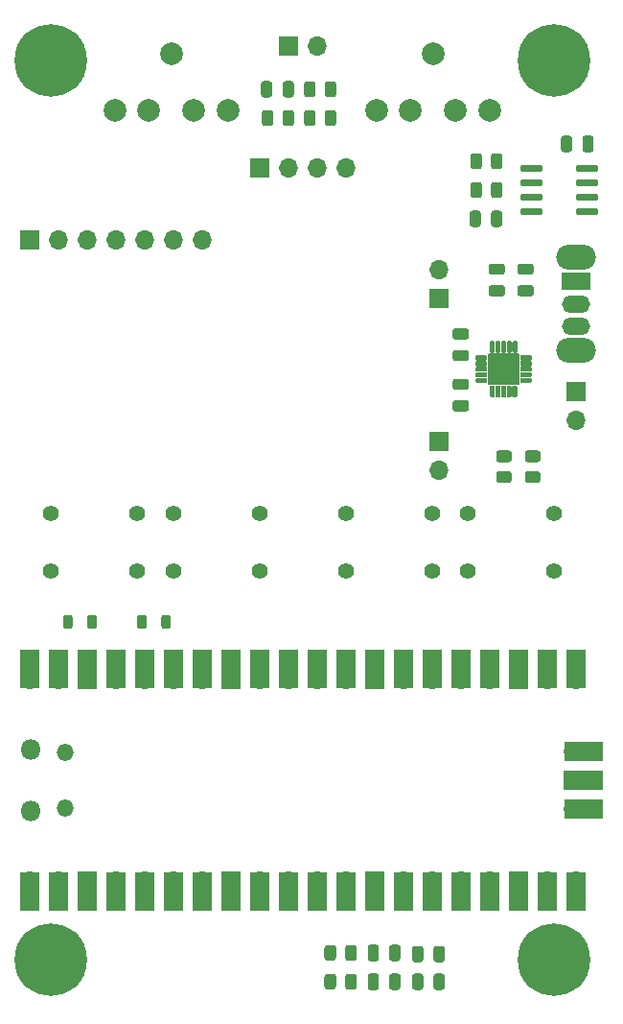
<source format=gts>
G04 #@! TF.GenerationSoftware,KiCad,Pcbnew,7.0.5-unknown-202306101748~6fbdf8f0e2~ubuntu22.04.1*
G04 #@! TF.CreationDate,2023-09-30T13:34:23+01:00*
G04 #@! TF.ProjectId,things,7468696e-6773-42e6-9b69-6361645f7063,rev?*
G04 #@! TF.SameCoordinates,Original*
G04 #@! TF.FileFunction,Soldermask,Top*
G04 #@! TF.FilePolarity,Negative*
%FSLAX46Y46*%
G04 Gerber Fmt 4.6, Leading zero omitted, Abs format (unit mm)*
G04 Created by KiCad (PCBNEW 7.0.5-unknown-202306101748~6fbdf8f0e2~ubuntu22.04.1) date 2023-09-30 13:34:23*
%MOMM*%
%LPD*%
G01*
G04 APERTURE LIST*
%ADD10R,3.500000X1.700000*%
%ADD11O,1.700000X1.700000*%
%ADD12R,1.700000X1.700000*%
%ADD13R,1.700000X3.500000*%
%ADD14O,1.800000X1.800000*%
%ADD15O,1.500000X1.500000*%
%ADD16C,2.000000*%
%ADD17C,6.400000*%
%ADD18C,1.397000*%
%ADD19O,3.500000X2.200000*%
%ADD20R,2.500000X1.500000*%
%ADD21O,2.500000X1.500000*%
G04 APERTURE END LIST*
D10*
X152435000Y-166370000D03*
D11*
X151535000Y-166370000D03*
D10*
X152435000Y-168910000D03*
D12*
X151535000Y-168910000D03*
D10*
X152435000Y-171450000D03*
D11*
X151535000Y-171450000D03*
D13*
X103505000Y-159120000D03*
D11*
X103505000Y-160020000D03*
D13*
X106045000Y-159120000D03*
D11*
X106045000Y-160020000D03*
D13*
X108585000Y-159120000D03*
D12*
X108585000Y-160020000D03*
D13*
X111125000Y-159120000D03*
D11*
X111125000Y-160020000D03*
D13*
X113665000Y-159120000D03*
D11*
X113665000Y-160020000D03*
D13*
X116205000Y-159120000D03*
D11*
X116205000Y-160020000D03*
D13*
X118745000Y-159120000D03*
D11*
X118745000Y-160020000D03*
D13*
X121285000Y-159120000D03*
D12*
X121285000Y-160020000D03*
D13*
X123825000Y-159120000D03*
D11*
X123825000Y-160020000D03*
D13*
X126365000Y-159120000D03*
D11*
X126365000Y-160020000D03*
D13*
X128905000Y-159120000D03*
D11*
X128905000Y-160020000D03*
D13*
X131445000Y-159120000D03*
D11*
X131445000Y-160020000D03*
D13*
X133985000Y-159120000D03*
D12*
X133985000Y-160020000D03*
D13*
X136525000Y-159120000D03*
D11*
X136525000Y-160020000D03*
D13*
X139065000Y-159120000D03*
D11*
X139065000Y-160020000D03*
D13*
X141605000Y-159120000D03*
D11*
X141605000Y-160020000D03*
D13*
X144145000Y-159120000D03*
D11*
X144145000Y-160020000D03*
D13*
X146685000Y-159120000D03*
D12*
X146685000Y-160020000D03*
D13*
X149225000Y-159120000D03*
D11*
X149225000Y-160020000D03*
D13*
X151765000Y-159120000D03*
D11*
X151765000Y-160020000D03*
D13*
X151765000Y-178700000D03*
D11*
X151765000Y-177800000D03*
D13*
X149225000Y-178700000D03*
D11*
X149225000Y-177800000D03*
D13*
X146685000Y-178700000D03*
D12*
X146685000Y-177800000D03*
D13*
X144145000Y-178700000D03*
D11*
X144145000Y-177800000D03*
D13*
X141605000Y-178700000D03*
D11*
X141605000Y-177800000D03*
D13*
X139065000Y-178700000D03*
D11*
X139065000Y-177800000D03*
D13*
X136525000Y-178700000D03*
D11*
X136525000Y-177800000D03*
D13*
X133985000Y-178700000D03*
D12*
X133985000Y-177800000D03*
D13*
X131445000Y-178700000D03*
D11*
X131445000Y-177800000D03*
D13*
X128905000Y-178700000D03*
D11*
X128905000Y-177800000D03*
D13*
X126365000Y-178700000D03*
D11*
X126365000Y-177800000D03*
D13*
X123825000Y-178700000D03*
D11*
X123825000Y-177800000D03*
D13*
X121285000Y-178700000D03*
D12*
X121285000Y-177800000D03*
D13*
X118745000Y-178700000D03*
D11*
X118745000Y-177800000D03*
D13*
X116205000Y-178700000D03*
D11*
X116205000Y-177800000D03*
D13*
X113665000Y-178700000D03*
D11*
X113665000Y-177800000D03*
D13*
X111125000Y-178700000D03*
D11*
X111125000Y-177800000D03*
D13*
X108585000Y-178700000D03*
D12*
X108585000Y-177800000D03*
D13*
X106045000Y-178700000D03*
D11*
X106045000Y-177800000D03*
D13*
X103505000Y-178700000D03*
D11*
X103505000Y-177800000D03*
D14*
X103635000Y-166185000D03*
D15*
X106665000Y-166485000D03*
X106665000Y-171335000D03*
D14*
X103635000Y-171635000D03*
G36*
G01*
X144153000Y-135032200D02*
X144153000Y-134207800D01*
G75*
G02*
X144262800Y-134098000I109800J0D01*
G01*
X144507200Y-134098000D01*
G75*
G02*
X144617000Y-134207800I0J-109800D01*
G01*
X144617000Y-135032200D01*
G75*
G02*
X144507200Y-135142000I-109800J0D01*
G01*
X144262800Y-135142000D01*
G75*
G02*
X144153000Y-135032200I0J109800D01*
G01*
G37*
G36*
G01*
X144653000Y-135032200D02*
X144653000Y-134207800D01*
G75*
G02*
X144762800Y-134098000I109800J0D01*
G01*
X145007200Y-134098000D01*
G75*
G02*
X145117000Y-134207800I0J-109800D01*
G01*
X145117000Y-135032200D01*
G75*
G02*
X145007200Y-135142000I-109800J0D01*
G01*
X144762800Y-135142000D01*
G75*
G02*
X144653000Y-135032200I0J109800D01*
G01*
G37*
G36*
G01*
X145153000Y-135032200D02*
X145153000Y-134207800D01*
G75*
G02*
X145262800Y-134098000I109800J0D01*
G01*
X145507200Y-134098000D01*
G75*
G02*
X145617000Y-134207800I0J-109800D01*
G01*
X145617000Y-135032200D01*
G75*
G02*
X145507200Y-135142000I-109800J0D01*
G01*
X145262800Y-135142000D01*
G75*
G02*
X145153000Y-135032200I0J109800D01*
G01*
G37*
G36*
G01*
X145653000Y-135032200D02*
X145653000Y-134207800D01*
G75*
G02*
X145762800Y-134098000I109800J0D01*
G01*
X146007200Y-134098000D01*
G75*
G02*
X146117000Y-134207800I0J-109800D01*
G01*
X146117000Y-135032200D01*
G75*
G02*
X146007200Y-135142000I-109800J0D01*
G01*
X145762800Y-135142000D01*
G75*
G02*
X145653000Y-135032200I0J109800D01*
G01*
G37*
G36*
G01*
X146153000Y-135032200D02*
X146153000Y-134207800D01*
G75*
G02*
X146262800Y-134098000I109800J0D01*
G01*
X146507200Y-134098000D01*
G75*
G02*
X146617000Y-134207800I0J-109800D01*
G01*
X146617000Y-135032200D01*
G75*
G02*
X146507200Y-135142000I-109800J0D01*
G01*
X146262800Y-135142000D01*
G75*
G02*
X146153000Y-135032200I0J109800D01*
G01*
G37*
G36*
G01*
X146942800Y-133418000D02*
X147767200Y-133418000D01*
G75*
G02*
X147877000Y-133527800I0J-109800D01*
G01*
X147877000Y-133772200D01*
G75*
G02*
X147767200Y-133882000I-109800J0D01*
G01*
X146942800Y-133882000D01*
G75*
G02*
X146833000Y-133772200I0J109800D01*
G01*
X146833000Y-133527800D01*
G75*
G02*
X146942800Y-133418000I109800J0D01*
G01*
G37*
G36*
G01*
X146942800Y-132918000D02*
X147767200Y-132918000D01*
G75*
G02*
X147877000Y-133027800I0J-109800D01*
G01*
X147877000Y-133272200D01*
G75*
G02*
X147767200Y-133382000I-109800J0D01*
G01*
X146942800Y-133382000D01*
G75*
G02*
X146833000Y-133272200I0J109800D01*
G01*
X146833000Y-133027800D01*
G75*
G02*
X146942800Y-132918000I109800J0D01*
G01*
G37*
G36*
G01*
X146942800Y-132418000D02*
X147767200Y-132418000D01*
G75*
G02*
X147877000Y-132527800I0J-109800D01*
G01*
X147877000Y-132772200D01*
G75*
G02*
X147767200Y-132882000I-109800J0D01*
G01*
X146942800Y-132882000D01*
G75*
G02*
X146833000Y-132772200I0J109800D01*
G01*
X146833000Y-132527800D01*
G75*
G02*
X146942800Y-132418000I109800J0D01*
G01*
G37*
G36*
G01*
X146942800Y-131918000D02*
X147767200Y-131918000D01*
G75*
G02*
X147877000Y-132027800I0J-109800D01*
G01*
X147877000Y-132272200D01*
G75*
G02*
X147767200Y-132382000I-109800J0D01*
G01*
X146942800Y-132382000D01*
G75*
G02*
X146833000Y-132272200I0J109800D01*
G01*
X146833000Y-132027800D01*
G75*
G02*
X146942800Y-131918000I109800J0D01*
G01*
G37*
G36*
G01*
X146942800Y-131418000D02*
X147767200Y-131418000D01*
G75*
G02*
X147877000Y-131527800I0J-109800D01*
G01*
X147877000Y-131772200D01*
G75*
G02*
X147767200Y-131882000I-109800J0D01*
G01*
X146942800Y-131882000D01*
G75*
G02*
X146833000Y-131772200I0J109800D01*
G01*
X146833000Y-131527800D01*
G75*
G02*
X146942800Y-131418000I109800J0D01*
G01*
G37*
G36*
G01*
X146153000Y-131092200D02*
X146153000Y-130267800D01*
G75*
G02*
X146262800Y-130158000I109800J0D01*
G01*
X146507200Y-130158000D01*
G75*
G02*
X146617000Y-130267800I0J-109800D01*
G01*
X146617000Y-131092200D01*
G75*
G02*
X146507200Y-131202000I-109800J0D01*
G01*
X146262800Y-131202000D01*
G75*
G02*
X146153000Y-131092200I0J109800D01*
G01*
G37*
G36*
G01*
X145653000Y-131092200D02*
X145653000Y-130267800D01*
G75*
G02*
X145762800Y-130158000I109800J0D01*
G01*
X146007200Y-130158000D01*
G75*
G02*
X146117000Y-130267800I0J-109800D01*
G01*
X146117000Y-131092200D01*
G75*
G02*
X146007200Y-131202000I-109800J0D01*
G01*
X145762800Y-131202000D01*
G75*
G02*
X145653000Y-131092200I0J109800D01*
G01*
G37*
G36*
G01*
X145153000Y-131092200D02*
X145153000Y-130267800D01*
G75*
G02*
X145262800Y-130158000I109800J0D01*
G01*
X145507200Y-130158000D01*
G75*
G02*
X145617000Y-130267800I0J-109800D01*
G01*
X145617000Y-131092200D01*
G75*
G02*
X145507200Y-131202000I-109800J0D01*
G01*
X145262800Y-131202000D01*
G75*
G02*
X145153000Y-131092200I0J109800D01*
G01*
G37*
G36*
G01*
X144653000Y-131092200D02*
X144653000Y-130267800D01*
G75*
G02*
X144762800Y-130158000I109800J0D01*
G01*
X145007200Y-130158000D01*
G75*
G02*
X145117000Y-130267800I0J-109800D01*
G01*
X145117000Y-131092200D01*
G75*
G02*
X145007200Y-131202000I-109800J0D01*
G01*
X144762800Y-131202000D01*
G75*
G02*
X144653000Y-131092200I0J109800D01*
G01*
G37*
G36*
G01*
X144153000Y-131092200D02*
X144153000Y-130267800D01*
G75*
G02*
X144262800Y-130158000I109800J0D01*
G01*
X144507200Y-130158000D01*
G75*
G02*
X144617000Y-130267800I0J-109800D01*
G01*
X144617000Y-131092200D01*
G75*
G02*
X144507200Y-131202000I-109800J0D01*
G01*
X144262800Y-131202000D01*
G75*
G02*
X144153000Y-131092200I0J109800D01*
G01*
G37*
G36*
G01*
X143002800Y-131418000D02*
X143827200Y-131418000D01*
G75*
G02*
X143937000Y-131527800I0J-109800D01*
G01*
X143937000Y-131772200D01*
G75*
G02*
X143827200Y-131882000I-109800J0D01*
G01*
X143002800Y-131882000D01*
G75*
G02*
X142893000Y-131772200I0J109800D01*
G01*
X142893000Y-131527800D01*
G75*
G02*
X143002800Y-131418000I109800J0D01*
G01*
G37*
G36*
G01*
X143002800Y-131918000D02*
X143827200Y-131918000D01*
G75*
G02*
X143937000Y-132027800I0J-109800D01*
G01*
X143937000Y-132272200D01*
G75*
G02*
X143827200Y-132382000I-109800J0D01*
G01*
X143002800Y-132382000D01*
G75*
G02*
X142893000Y-132272200I0J109800D01*
G01*
X142893000Y-132027800D01*
G75*
G02*
X143002800Y-131918000I109800J0D01*
G01*
G37*
G36*
G01*
X143002800Y-132418000D02*
X143827200Y-132418000D01*
G75*
G02*
X143937000Y-132527800I0J-109800D01*
G01*
X143937000Y-132772200D01*
G75*
G02*
X143827200Y-132882000I-109800J0D01*
G01*
X143002800Y-132882000D01*
G75*
G02*
X142893000Y-132772200I0J109800D01*
G01*
X142893000Y-132527800D01*
G75*
G02*
X143002800Y-132418000I109800J0D01*
G01*
G37*
G36*
G01*
X143002800Y-132918000D02*
X143827200Y-132918000D01*
G75*
G02*
X143937000Y-133027800I0J-109800D01*
G01*
X143937000Y-133272200D01*
G75*
G02*
X143827200Y-133382000I-109800J0D01*
G01*
X143002800Y-133382000D01*
G75*
G02*
X142893000Y-133272200I0J109800D01*
G01*
X142893000Y-133027800D01*
G75*
G02*
X143002800Y-132918000I109800J0D01*
G01*
G37*
G36*
G01*
X143002800Y-133418000D02*
X143827200Y-133418000D01*
G75*
G02*
X143937000Y-133527800I0J-109800D01*
G01*
X143937000Y-133772200D01*
G75*
G02*
X143827200Y-133882000I-109800J0D01*
G01*
X143002800Y-133882000D01*
G75*
G02*
X142893000Y-133772200I0J109800D01*
G01*
X142893000Y-133527800D01*
G75*
G02*
X143002800Y-133418000I109800J0D01*
G01*
G37*
G36*
G01*
X146685000Y-134052000D02*
X144085000Y-134052000D01*
G75*
G02*
X143983000Y-133950000I0J102000D01*
G01*
X143983000Y-131350000D01*
G75*
G02*
X144085000Y-131248000I102000J0D01*
G01*
X146685000Y-131248000D01*
G75*
G02*
X146787000Y-131350000I0J-102000D01*
G01*
X146787000Y-133950000D01*
G75*
G02*
X146685000Y-134052000I-102000J0D01*
G01*
G37*
D12*
X123825000Y-114935000D03*
D11*
X126365000Y-114935000D03*
X128905000Y-114935000D03*
X131445000Y-114935000D03*
D12*
X103505000Y-121285000D03*
D11*
X106045000Y-121285000D03*
X108585000Y-121285000D03*
X111125000Y-121285000D03*
X113665000Y-121285000D03*
X116205000Y-121285000D03*
X118745000Y-121285000D03*
D16*
X139145000Y-104780000D03*
X144145000Y-109780000D03*
X141145000Y-109780000D03*
X134145000Y-109780000D03*
X137145000Y-109780000D03*
X116031000Y-104780000D03*
X121031000Y-109780000D03*
X118031000Y-109780000D03*
X111031000Y-109780000D03*
X114031000Y-109780000D03*
G36*
G01*
X136280000Y-183675000D02*
X136280000Y-184625000D01*
G75*
G02*
X136030000Y-184875000I-250000J0D01*
G01*
X135530000Y-184875000D01*
G75*
G02*
X135280000Y-184625000I0J250000D01*
G01*
X135280000Y-183675000D01*
G75*
G02*
X135530000Y-183425000I250000J0D01*
G01*
X136030000Y-183425000D01*
G75*
G02*
X136280000Y-183675000I0J-250000D01*
G01*
G37*
G36*
G01*
X134380000Y-183675000D02*
X134380000Y-184625000D01*
G75*
G02*
X134130000Y-184875000I-250000J0D01*
G01*
X133630000Y-184875000D01*
G75*
G02*
X133380000Y-184625000I0J250000D01*
G01*
X133380000Y-183675000D01*
G75*
G02*
X133630000Y-183425000I250000J0D01*
G01*
X134130000Y-183425000D01*
G75*
G02*
X134380000Y-183675000I0J-250000D01*
G01*
G37*
D17*
X105410000Y-105410000D03*
D18*
X105410000Y-145415000D03*
X113030000Y-145415000D03*
X105410000Y-150495000D03*
X113030000Y-150495000D03*
G36*
G01*
X145865000Y-142672500D02*
X144965000Y-142672500D01*
G75*
G02*
X144715000Y-142422500I0J250000D01*
G01*
X144715000Y-141897500D01*
G75*
G02*
X144965000Y-141647500I250000J0D01*
G01*
X145865000Y-141647500D01*
G75*
G02*
X146115000Y-141897500I0J-250000D01*
G01*
X146115000Y-142422500D01*
G75*
G02*
X145865000Y-142672500I-250000J0D01*
G01*
G37*
G36*
G01*
X145865000Y-140847500D02*
X144965000Y-140847500D01*
G75*
G02*
X144715000Y-140597500I0J250000D01*
G01*
X144715000Y-140072500D01*
G75*
G02*
X144965000Y-139822500I250000J0D01*
G01*
X145865000Y-139822500D01*
G75*
G02*
X146115000Y-140072500I0J-250000D01*
G01*
X146115000Y-140597500D01*
G75*
G02*
X145865000Y-140847500I-250000J0D01*
G01*
G37*
G36*
G01*
X136280000Y-186215000D02*
X136280000Y-187165000D01*
G75*
G02*
X136030000Y-187415000I-250000J0D01*
G01*
X135530000Y-187415000D01*
G75*
G02*
X135280000Y-187165000I0J250000D01*
G01*
X135280000Y-186215000D01*
G75*
G02*
X135530000Y-185965000I250000J0D01*
G01*
X136030000Y-185965000D01*
G75*
G02*
X136280000Y-186215000I0J-250000D01*
G01*
G37*
G36*
G01*
X134380000Y-186215000D02*
X134380000Y-187165000D01*
G75*
G02*
X134130000Y-187415000I-250000J0D01*
G01*
X133630000Y-187415000D01*
G75*
G02*
X133380000Y-187165000I0J250000D01*
G01*
X133380000Y-186215000D01*
G75*
G02*
X133630000Y-185965000I250000J0D01*
G01*
X134130000Y-185965000D01*
G75*
G02*
X134380000Y-186215000I0J-250000D01*
G01*
G37*
G36*
G01*
X145280000Y-118905000D02*
X145280000Y-119855000D01*
G75*
G02*
X145030000Y-120105000I-250000J0D01*
G01*
X144530000Y-120105000D01*
G75*
G02*
X144280000Y-119855000I0J250000D01*
G01*
X144280000Y-118905000D01*
G75*
G02*
X144530000Y-118655000I250000J0D01*
G01*
X145030000Y-118655000D01*
G75*
G02*
X145280000Y-118905000I0J-250000D01*
G01*
G37*
G36*
G01*
X143380000Y-118905000D02*
X143380000Y-119855000D01*
G75*
G02*
X143130000Y-120105000I-250000J0D01*
G01*
X142630000Y-120105000D01*
G75*
G02*
X142380000Y-119855000I0J250000D01*
G01*
X142380000Y-118905000D01*
G75*
G02*
X142630000Y-118655000I250000J0D01*
G01*
X143130000Y-118655000D01*
G75*
G02*
X143380000Y-118905000I0J-250000D01*
G01*
G37*
D17*
X149860000Y-184785000D03*
G36*
G01*
X123960000Y-108425000D02*
X123960000Y-107475000D01*
G75*
G02*
X124210000Y-107225000I250000J0D01*
G01*
X124710000Y-107225000D01*
G75*
G02*
X124960000Y-107475000I0J-250000D01*
G01*
X124960000Y-108425000D01*
G75*
G02*
X124710000Y-108675000I-250000J0D01*
G01*
X124210000Y-108675000D01*
G75*
G02*
X123960000Y-108425000I0J250000D01*
G01*
G37*
G36*
G01*
X125860000Y-108425000D02*
X125860000Y-107475000D01*
G75*
G02*
X126110000Y-107225000I250000J0D01*
G01*
X126610000Y-107225000D01*
G75*
G02*
X126860000Y-107475000I0J-250000D01*
G01*
X126860000Y-108425000D01*
G75*
G02*
X126610000Y-108675000I-250000J0D01*
G01*
X126110000Y-108675000D01*
G75*
G02*
X125860000Y-108425000I0J250000D01*
G01*
G37*
X105410000Y-184785000D03*
G36*
G01*
X142442500Y-117290000D02*
X142442500Y-116390000D01*
G75*
G02*
X142692500Y-116140000I250000J0D01*
G01*
X143217500Y-116140000D01*
G75*
G02*
X143467500Y-116390000I0J-250000D01*
G01*
X143467500Y-117290000D01*
G75*
G02*
X143217500Y-117540000I-250000J0D01*
G01*
X142692500Y-117540000D01*
G75*
G02*
X142442500Y-117290000I0J250000D01*
G01*
G37*
G36*
G01*
X144267500Y-117290000D02*
X144267500Y-116390000D01*
G75*
G02*
X144517500Y-116140000I250000J0D01*
G01*
X145042500Y-116140000D01*
G75*
G02*
X145292500Y-116390000I0J-250000D01*
G01*
X145292500Y-117290000D01*
G75*
G02*
X145042500Y-117540000I-250000J0D01*
G01*
X144517500Y-117540000D01*
G75*
G02*
X144267500Y-117290000I0J250000D01*
G01*
G37*
G36*
G01*
X129557500Y-184600000D02*
X129557500Y-183700000D01*
G75*
G02*
X129807500Y-183450000I250000J0D01*
G01*
X130332500Y-183450000D01*
G75*
G02*
X130582500Y-183700000I0J-250000D01*
G01*
X130582500Y-184600000D01*
G75*
G02*
X130332500Y-184850000I-250000J0D01*
G01*
X129807500Y-184850000D01*
G75*
G02*
X129557500Y-184600000I0J250000D01*
G01*
G37*
G36*
G01*
X131382500Y-184600000D02*
X131382500Y-183700000D01*
G75*
G02*
X131632500Y-183450000I250000J0D01*
G01*
X132157500Y-183450000D01*
G75*
G02*
X132407500Y-183700000I0J-250000D01*
G01*
X132407500Y-184600000D01*
G75*
G02*
X132157500Y-184850000I-250000J0D01*
G01*
X131632500Y-184850000D01*
G75*
G02*
X131382500Y-184600000I0J250000D01*
G01*
G37*
D18*
X116205000Y-145415000D03*
X123825000Y-145415000D03*
X116205000Y-150495000D03*
X123825000Y-150495000D03*
G36*
G01*
X145292500Y-113850000D02*
X145292500Y-114750000D01*
G75*
G02*
X145042500Y-115000000I-250000J0D01*
G01*
X144517500Y-115000000D01*
G75*
G02*
X144267500Y-114750000I0J250000D01*
G01*
X144267500Y-113850000D01*
G75*
G02*
X144517500Y-113600000I250000J0D01*
G01*
X145042500Y-113600000D01*
G75*
G02*
X145292500Y-113850000I0J-250000D01*
G01*
G37*
G36*
G01*
X143467500Y-113850000D02*
X143467500Y-114750000D01*
G75*
G02*
X143217500Y-115000000I-250000J0D01*
G01*
X142692500Y-115000000D01*
G75*
G02*
X142442500Y-114750000I0J250000D01*
G01*
X142442500Y-113850000D01*
G75*
G02*
X142692500Y-113600000I250000J0D01*
G01*
X143217500Y-113600000D01*
G75*
G02*
X143467500Y-113850000I0J-250000D01*
G01*
G37*
G36*
G01*
X144305000Y-123330000D02*
X145255000Y-123330000D01*
G75*
G02*
X145505000Y-123580000I0J-250000D01*
G01*
X145505000Y-124080000D01*
G75*
G02*
X145255000Y-124330000I-250000J0D01*
G01*
X144305000Y-124330000D01*
G75*
G02*
X144055000Y-124080000I0J250000D01*
G01*
X144055000Y-123580000D01*
G75*
G02*
X144305000Y-123330000I250000J0D01*
G01*
G37*
G36*
G01*
X144305000Y-125230000D02*
X145255000Y-125230000D01*
G75*
G02*
X145505000Y-125480000I0J-250000D01*
G01*
X145505000Y-125980000D01*
G75*
G02*
X145255000Y-126230000I-250000J0D01*
G01*
X144305000Y-126230000D01*
G75*
G02*
X144055000Y-125980000I0J250000D01*
G01*
X144055000Y-125480000D01*
G75*
G02*
X144305000Y-125230000I250000J0D01*
G01*
G37*
D12*
X151765000Y-134620000D03*
D11*
X151765000Y-137160000D03*
G36*
G01*
X115132500Y-155321250D02*
X115132500Y-154558750D01*
G75*
G02*
X115351250Y-154340000I218750J0D01*
G01*
X115788750Y-154340000D01*
G75*
G02*
X116007500Y-154558750I0J-218750D01*
G01*
X116007500Y-155321250D01*
G75*
G02*
X115788750Y-155540000I-218750J0D01*
G01*
X115351250Y-155540000D01*
G75*
G02*
X115132500Y-155321250I0J218750D01*
G01*
G37*
G36*
G01*
X113007500Y-155321250D02*
X113007500Y-154558750D01*
G75*
G02*
X113226250Y-154340000I218750J0D01*
G01*
X113663750Y-154340000D01*
G75*
G02*
X113882500Y-154558750I0J-218750D01*
G01*
X113882500Y-155321250D01*
G75*
G02*
X113663750Y-155540000I-218750J0D01*
G01*
X113226250Y-155540000D01*
G75*
G02*
X113007500Y-155321250I0J218750D01*
G01*
G37*
G36*
G01*
X146853000Y-115085000D02*
X146853000Y-114785000D01*
G75*
G02*
X147003000Y-114635000I150000J0D01*
G01*
X148653000Y-114635000D01*
G75*
G02*
X148803000Y-114785000I0J-150000D01*
G01*
X148803000Y-115085000D01*
G75*
G02*
X148653000Y-115235000I-150000J0D01*
G01*
X147003000Y-115235000D01*
G75*
G02*
X146853000Y-115085000I0J150000D01*
G01*
G37*
G36*
G01*
X146853000Y-116355000D02*
X146853000Y-116055000D01*
G75*
G02*
X147003000Y-115905000I150000J0D01*
G01*
X148653000Y-115905000D01*
G75*
G02*
X148803000Y-116055000I0J-150000D01*
G01*
X148803000Y-116355000D01*
G75*
G02*
X148653000Y-116505000I-150000J0D01*
G01*
X147003000Y-116505000D01*
G75*
G02*
X146853000Y-116355000I0J150000D01*
G01*
G37*
G36*
G01*
X146853000Y-117625000D02*
X146853000Y-117325000D01*
G75*
G02*
X147003000Y-117175000I150000J0D01*
G01*
X148653000Y-117175000D01*
G75*
G02*
X148803000Y-117325000I0J-150000D01*
G01*
X148803000Y-117625000D01*
G75*
G02*
X148653000Y-117775000I-150000J0D01*
G01*
X147003000Y-117775000D01*
G75*
G02*
X146853000Y-117625000I0J150000D01*
G01*
G37*
G36*
G01*
X146853000Y-118895000D02*
X146853000Y-118595000D01*
G75*
G02*
X147003000Y-118445000I150000J0D01*
G01*
X148653000Y-118445000D01*
G75*
G02*
X148803000Y-118595000I0J-150000D01*
G01*
X148803000Y-118895000D01*
G75*
G02*
X148653000Y-119045000I-150000J0D01*
G01*
X147003000Y-119045000D01*
G75*
G02*
X146853000Y-118895000I0J150000D01*
G01*
G37*
G36*
G01*
X151803000Y-118895000D02*
X151803000Y-118595000D01*
G75*
G02*
X151953000Y-118445000I150000J0D01*
G01*
X153603000Y-118445000D01*
G75*
G02*
X153753000Y-118595000I0J-150000D01*
G01*
X153753000Y-118895000D01*
G75*
G02*
X153603000Y-119045000I-150000J0D01*
G01*
X151953000Y-119045000D01*
G75*
G02*
X151803000Y-118895000I0J150000D01*
G01*
G37*
G36*
G01*
X151803000Y-117625000D02*
X151803000Y-117325000D01*
G75*
G02*
X151953000Y-117175000I150000J0D01*
G01*
X153603000Y-117175000D01*
G75*
G02*
X153753000Y-117325000I0J-150000D01*
G01*
X153753000Y-117625000D01*
G75*
G02*
X153603000Y-117775000I-150000J0D01*
G01*
X151953000Y-117775000D01*
G75*
G02*
X151803000Y-117625000I0J150000D01*
G01*
G37*
G36*
G01*
X151803000Y-116355000D02*
X151803000Y-116055000D01*
G75*
G02*
X151953000Y-115905000I150000J0D01*
G01*
X153603000Y-115905000D01*
G75*
G02*
X153753000Y-116055000I0J-150000D01*
G01*
X153753000Y-116355000D01*
G75*
G02*
X153603000Y-116505000I-150000J0D01*
G01*
X151953000Y-116505000D01*
G75*
G02*
X151803000Y-116355000I0J150000D01*
G01*
G37*
G36*
G01*
X151803000Y-115085000D02*
X151803000Y-114785000D01*
G75*
G02*
X151953000Y-114635000I150000J0D01*
G01*
X153603000Y-114635000D01*
G75*
G02*
X153753000Y-114785000I0J-150000D01*
G01*
X153753000Y-115085000D01*
G75*
G02*
X153603000Y-115235000I-150000J0D01*
G01*
X151953000Y-115235000D01*
G75*
G02*
X151803000Y-115085000I0J150000D01*
G01*
G37*
G36*
G01*
X127757500Y-108400000D02*
X127757500Y-107500000D01*
G75*
G02*
X128007500Y-107250000I250000J0D01*
G01*
X128532500Y-107250000D01*
G75*
G02*
X128782500Y-107500000I0J-250000D01*
G01*
X128782500Y-108400000D01*
G75*
G02*
X128532500Y-108650000I-250000J0D01*
G01*
X128007500Y-108650000D01*
G75*
G02*
X127757500Y-108400000I0J250000D01*
G01*
G37*
G36*
G01*
X129582500Y-108400000D02*
X129582500Y-107500000D01*
G75*
G02*
X129832500Y-107250000I250000J0D01*
G01*
X130357500Y-107250000D01*
G75*
G02*
X130607500Y-107500000I0J-250000D01*
G01*
X130607500Y-108400000D01*
G75*
G02*
X130357500Y-108650000I-250000J0D01*
G01*
X129832500Y-108650000D01*
G75*
G02*
X129582500Y-108400000I0J250000D01*
G01*
G37*
G36*
G01*
X127757500Y-110940000D02*
X127757500Y-110040000D01*
G75*
G02*
X128007500Y-109790000I250000J0D01*
G01*
X128532500Y-109790000D01*
G75*
G02*
X128782500Y-110040000I0J-250000D01*
G01*
X128782500Y-110940000D01*
G75*
G02*
X128532500Y-111190000I-250000J0D01*
G01*
X128007500Y-111190000D01*
G75*
G02*
X127757500Y-110940000I0J250000D01*
G01*
G37*
G36*
G01*
X129582500Y-110940000D02*
X129582500Y-110040000D01*
G75*
G02*
X129832500Y-109790000I250000J0D01*
G01*
X130357500Y-109790000D01*
G75*
G02*
X130607500Y-110040000I0J-250000D01*
G01*
X130607500Y-110940000D01*
G75*
G02*
X130357500Y-111190000I-250000J0D01*
G01*
X129832500Y-111190000D01*
G75*
G02*
X129582500Y-110940000I0J250000D01*
G01*
G37*
G36*
G01*
X153342000Y-112301000D02*
X153342000Y-113251000D01*
G75*
G02*
X153092000Y-113501000I-250000J0D01*
G01*
X152592000Y-113501000D01*
G75*
G02*
X152342000Y-113251000I0J250000D01*
G01*
X152342000Y-112301000D01*
G75*
G02*
X152592000Y-112051000I250000J0D01*
G01*
X153092000Y-112051000D01*
G75*
G02*
X153342000Y-112301000I0J-250000D01*
G01*
G37*
G36*
G01*
X151442000Y-112301000D02*
X151442000Y-113251000D01*
G75*
G02*
X151192000Y-113501000I-250000J0D01*
G01*
X150692000Y-113501000D01*
G75*
G02*
X150442000Y-113251000I0J250000D01*
G01*
X150442000Y-112301000D01*
G75*
G02*
X150692000Y-112051000I250000J0D01*
G01*
X151192000Y-112051000D01*
G75*
G02*
X151442000Y-112301000I0J-250000D01*
G01*
G37*
D18*
X142240000Y-145415000D03*
X149860000Y-145415000D03*
X142240000Y-150495000D03*
X149860000Y-150495000D03*
G36*
G01*
X126877500Y-110040000D02*
X126877500Y-110940000D01*
G75*
G02*
X126627500Y-111190000I-250000J0D01*
G01*
X126102500Y-111190000D01*
G75*
G02*
X125852500Y-110940000I0J250000D01*
G01*
X125852500Y-110040000D01*
G75*
G02*
X126102500Y-109790000I250000J0D01*
G01*
X126627500Y-109790000D01*
G75*
G02*
X126877500Y-110040000I0J-250000D01*
G01*
G37*
G36*
G01*
X125052500Y-110040000D02*
X125052500Y-110940000D01*
G75*
G02*
X124802500Y-111190000I-250000J0D01*
G01*
X124277500Y-111190000D01*
G75*
G02*
X124027500Y-110940000I0J250000D01*
G01*
X124027500Y-110040000D01*
G75*
G02*
X124277500Y-109790000I250000J0D01*
G01*
X124802500Y-109790000D01*
G75*
G02*
X125052500Y-110040000I0J-250000D01*
G01*
G37*
G36*
G01*
X137295000Y-184720000D02*
X137295000Y-183770000D01*
G75*
G02*
X137545000Y-183520000I250000J0D01*
G01*
X138045000Y-183520000D01*
G75*
G02*
X138295000Y-183770000I0J-250000D01*
G01*
X138295000Y-184720000D01*
G75*
G02*
X138045000Y-184970000I-250000J0D01*
G01*
X137545000Y-184970000D01*
G75*
G02*
X137295000Y-184720000I0J250000D01*
G01*
G37*
G36*
G01*
X139195000Y-184720000D02*
X139195000Y-183770000D01*
G75*
G02*
X139445000Y-183520000I250000J0D01*
G01*
X139945000Y-183520000D01*
G75*
G02*
X140195000Y-183770000I0J-250000D01*
G01*
X140195000Y-184720000D01*
G75*
G02*
X139945000Y-184970000I-250000J0D01*
G01*
X139445000Y-184970000D01*
G75*
G02*
X139195000Y-184720000I0J250000D01*
G01*
G37*
D12*
X139700000Y-126370000D03*
D11*
X139700000Y-123830000D03*
D17*
X149860000Y-105410000D03*
D18*
X131445000Y-145415000D03*
X139065000Y-145415000D03*
X131445000Y-150495000D03*
X139065000Y-150495000D03*
G36*
G01*
X106450000Y-155321250D02*
X106450000Y-154558750D01*
G75*
G02*
X106668750Y-154340000I218750J0D01*
G01*
X107106250Y-154340000D01*
G75*
G02*
X107325000Y-154558750I0J-218750D01*
G01*
X107325000Y-155321250D01*
G75*
G02*
X107106250Y-155540000I-218750J0D01*
G01*
X106668750Y-155540000D01*
G75*
G02*
X106450000Y-155321250I0J218750D01*
G01*
G37*
G36*
G01*
X108575000Y-155321250D02*
X108575000Y-154558750D01*
G75*
G02*
X108793750Y-154340000I218750J0D01*
G01*
X109231250Y-154340000D01*
G75*
G02*
X109450000Y-154558750I0J-218750D01*
G01*
X109450000Y-155321250D01*
G75*
G02*
X109231250Y-155540000I-218750J0D01*
G01*
X108793750Y-155540000D01*
G75*
G02*
X108575000Y-155321250I0J218750D01*
G01*
G37*
G36*
G01*
X148405000Y-142672500D02*
X147505000Y-142672500D01*
G75*
G02*
X147255000Y-142422500I0J250000D01*
G01*
X147255000Y-141897500D01*
G75*
G02*
X147505000Y-141647500I250000J0D01*
G01*
X148405000Y-141647500D01*
G75*
G02*
X148655000Y-141897500I0J-250000D01*
G01*
X148655000Y-142422500D01*
G75*
G02*
X148405000Y-142672500I-250000J0D01*
G01*
G37*
G36*
G01*
X148405000Y-140847500D02*
X147505000Y-140847500D01*
G75*
G02*
X147255000Y-140597500I0J250000D01*
G01*
X147255000Y-140072500D01*
G75*
G02*
X147505000Y-139822500I250000J0D01*
G01*
X148405000Y-139822500D01*
G75*
G02*
X148655000Y-140072500I0J-250000D01*
G01*
X148655000Y-140597500D01*
G75*
G02*
X148405000Y-140847500I-250000J0D01*
G01*
G37*
D19*
X151765000Y-122805000D03*
X151765000Y-131005000D03*
D20*
X151765000Y-124905000D03*
D21*
X151765000Y-126905000D03*
X151765000Y-128905000D03*
G36*
G01*
X142080000Y-136385000D02*
X141130000Y-136385000D01*
G75*
G02*
X140880000Y-136135000I0J250000D01*
G01*
X140880000Y-135635000D01*
G75*
G02*
X141130000Y-135385000I250000J0D01*
G01*
X142080000Y-135385000D01*
G75*
G02*
X142330000Y-135635000I0J-250000D01*
G01*
X142330000Y-136135000D01*
G75*
G02*
X142080000Y-136385000I-250000J0D01*
G01*
G37*
G36*
G01*
X142080000Y-134485000D02*
X141130000Y-134485000D01*
G75*
G02*
X140880000Y-134235000I0J250000D01*
G01*
X140880000Y-133735000D01*
G75*
G02*
X141130000Y-133485000I250000J0D01*
G01*
X142080000Y-133485000D01*
G75*
G02*
X142330000Y-133735000I0J-250000D01*
G01*
X142330000Y-134235000D01*
G75*
G02*
X142080000Y-134485000I-250000J0D01*
G01*
G37*
D12*
X139700000Y-139065000D03*
D11*
X139700000Y-141605000D03*
G36*
G01*
X129557500Y-187140000D02*
X129557500Y-186240000D01*
G75*
G02*
X129807500Y-185990000I250000J0D01*
G01*
X130332500Y-185990000D01*
G75*
G02*
X130582500Y-186240000I0J-250000D01*
G01*
X130582500Y-187140000D01*
G75*
G02*
X130332500Y-187390000I-250000J0D01*
G01*
X129807500Y-187390000D01*
G75*
G02*
X129557500Y-187140000I0J250000D01*
G01*
G37*
G36*
G01*
X131382500Y-187140000D02*
X131382500Y-186240000D01*
G75*
G02*
X131632500Y-185990000I250000J0D01*
G01*
X132157500Y-185990000D01*
G75*
G02*
X132407500Y-186240000I0J-250000D01*
G01*
X132407500Y-187140000D01*
G75*
G02*
X132157500Y-187390000I-250000J0D01*
G01*
X131632500Y-187390000D01*
G75*
G02*
X131382500Y-187140000I0J250000D01*
G01*
G37*
G36*
G01*
X146845000Y-123330000D02*
X147795000Y-123330000D01*
G75*
G02*
X148045000Y-123580000I0J-250000D01*
G01*
X148045000Y-124080000D01*
G75*
G02*
X147795000Y-124330000I-250000J0D01*
G01*
X146845000Y-124330000D01*
G75*
G02*
X146595000Y-124080000I0J250000D01*
G01*
X146595000Y-123580000D01*
G75*
G02*
X146845000Y-123330000I250000J0D01*
G01*
G37*
G36*
G01*
X146845000Y-125230000D02*
X147795000Y-125230000D01*
G75*
G02*
X148045000Y-125480000I0J-250000D01*
G01*
X148045000Y-125980000D01*
G75*
G02*
X147795000Y-126230000I-250000J0D01*
G01*
X146845000Y-126230000D01*
G75*
G02*
X146595000Y-125980000I0J250000D01*
G01*
X146595000Y-125480000D01*
G75*
G02*
X146845000Y-125230000I250000J0D01*
G01*
G37*
D12*
X126365000Y-104140000D03*
D11*
X128905000Y-104140000D03*
G36*
G01*
X137295000Y-187165000D02*
X137295000Y-186215000D01*
G75*
G02*
X137545000Y-185965000I250000J0D01*
G01*
X138045000Y-185965000D01*
G75*
G02*
X138295000Y-186215000I0J-250000D01*
G01*
X138295000Y-187165000D01*
G75*
G02*
X138045000Y-187415000I-250000J0D01*
G01*
X137545000Y-187415000D01*
G75*
G02*
X137295000Y-187165000I0J250000D01*
G01*
G37*
G36*
G01*
X139195000Y-187165000D02*
X139195000Y-186215000D01*
G75*
G02*
X139445000Y-185965000I250000J0D01*
G01*
X139945000Y-185965000D01*
G75*
G02*
X140195000Y-186215000I0J-250000D01*
G01*
X140195000Y-187165000D01*
G75*
G02*
X139945000Y-187415000I-250000J0D01*
G01*
X139445000Y-187415000D01*
G75*
G02*
X139195000Y-187165000I0J250000D01*
G01*
G37*
G36*
G01*
X141130000Y-129045000D02*
X142080000Y-129045000D01*
G75*
G02*
X142330000Y-129295000I0J-250000D01*
G01*
X142330000Y-129795000D01*
G75*
G02*
X142080000Y-130045000I-250000J0D01*
G01*
X141130000Y-130045000D01*
G75*
G02*
X140880000Y-129795000I0J250000D01*
G01*
X140880000Y-129295000D01*
G75*
G02*
X141130000Y-129045000I250000J0D01*
G01*
G37*
G36*
G01*
X141130000Y-130945000D02*
X142080000Y-130945000D01*
G75*
G02*
X142330000Y-131195000I0J-250000D01*
G01*
X142330000Y-131695000D01*
G75*
G02*
X142080000Y-131945000I-250000J0D01*
G01*
X141130000Y-131945000D01*
G75*
G02*
X140880000Y-131695000I0J250000D01*
G01*
X140880000Y-131195000D01*
G75*
G02*
X141130000Y-130945000I250000J0D01*
G01*
G37*
M02*

</source>
